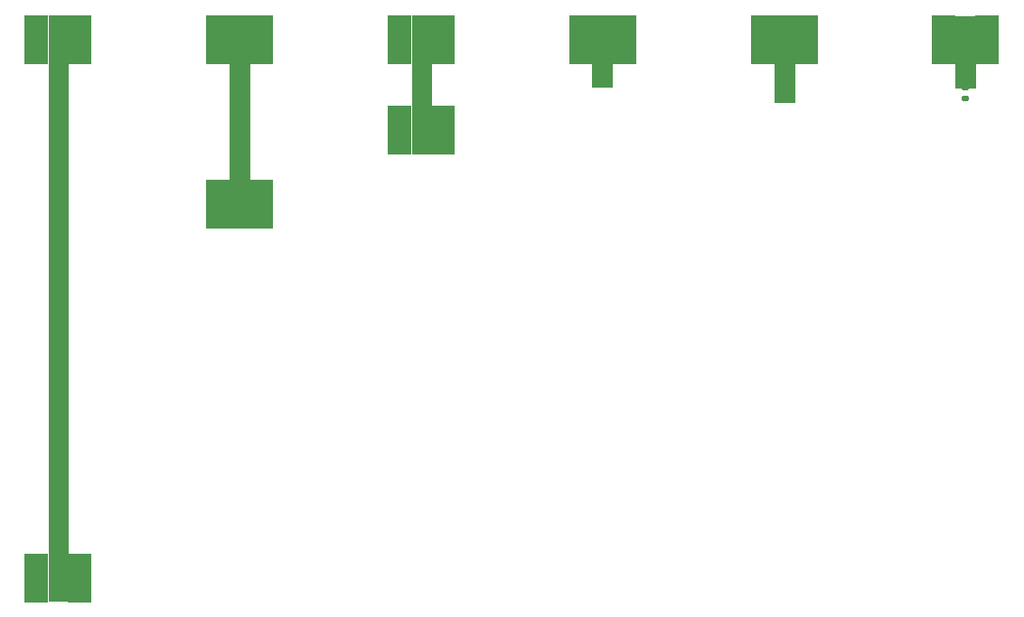
<source format=gbr>
%TF.GenerationSoftware,KiCad,Pcbnew,9.0.0*%
%TF.CreationDate,2025-07-17T14:07:15-07:00*%
%TF.ProjectId,TRL_fixture_JLC04161H-7628,54524c5f-6669-4787-9475-72655f4a4c43,rev?*%
%TF.SameCoordinates,Original*%
%TF.FileFunction,Soldermask,Top*%
%TF.FilePolarity,Negative*%
%FSLAX46Y46*%
G04 Gerber Fmt 4.6, Leading zero omitted, Abs format (unit mm)*
G04 Created by KiCad (PCBNEW 9.0.0) date 2025-07-17 14:07:15*
%MOMM*%
%LPD*%
G01*
G04 APERTURE LIST*
G04 Aperture macros list*
%AMRoundRect*
0 Rectangle with rounded corners*
0 $1 Rounding radius*
0 $2 $3 $4 $5 $6 $7 $8 $9 X,Y pos of 4 corners*
0 Add a 4 corners polygon primitive as box body*
4,1,4,$2,$3,$4,$5,$6,$7,$8,$9,$2,$3,0*
0 Add four circle primitives for the rounded corners*
1,1,$1+$1,$2,$3*
1,1,$1+$1,$4,$5*
1,1,$1+$1,$6,$7*
1,1,$1+$1,$8,$9*
0 Add four rect primitives between the rounded corners*
20,1,$1+$1,$2,$3,$4,$5,0*
20,1,$1+$1,$4,$5,$6,$7,0*
20,1,$1+$1,$6,$7,$8,$9,0*
20,1,$1+$1,$8,$9,$2,$3,0*%
G04 Aperture macros list end*
%ADD10C,0.100000*%
%ADD11R,0.889000X1.270000*%
%ADD12R,2.286000X4.572000*%
%ADD13RoundRect,0.135000X-0.185000X0.135000X-0.185000X-0.135000X0.185000X-0.135000X0.185000X0.135000X0*%
G04 APERTURE END LIST*
D10*
X108000000Y-94500000D02*
X109857000Y-94500000D01*
X109857000Y-101154000D01*
X108000000Y-101154000D01*
X108000000Y-94500000D01*
G36*
X108000000Y-94500000D02*
G01*
X109857000Y-94500000D01*
X109857000Y-101154000D01*
X108000000Y-101154000D01*
X108000000Y-94500000D01*
G37*
X125039500Y-94500000D02*
X126896500Y-94500000D01*
X126896500Y-102654000D01*
X125039500Y-102654000D01*
X125039500Y-94500000D01*
G36*
X125039500Y-94500000D02*
G01*
X126896500Y-94500000D01*
X126896500Y-102654000D01*
X125039500Y-102654000D01*
X125039500Y-94500000D01*
G37*
X74000000Y-94500000D02*
X75857000Y-94500000D01*
X75857000Y-114418000D01*
X74000000Y-114418000D01*
X74000000Y-94500000D01*
G36*
X74000000Y-94500000D02*
G01*
X75857000Y-94500000D01*
X75857000Y-114418000D01*
X74000000Y-114418000D01*
X74000000Y-94500000D01*
G37*
X142039500Y-94582000D02*
X143896500Y-94582000D01*
X143896500Y-101236000D01*
X142039500Y-101236000D01*
X142039500Y-94582000D01*
G36*
X142039500Y-94582000D02*
G01*
X143896500Y-94582000D01*
X143896500Y-101236000D01*
X142039500Y-101236000D01*
X142039500Y-94582000D01*
G37*
X91079000Y-94500000D02*
X92857000Y-94500000D01*
X92857000Y-107461000D01*
X91079000Y-107461000D01*
X91079000Y-94500000D01*
G36*
X91079000Y-94500000D02*
G01*
X92857000Y-94500000D01*
X92857000Y-107461000D01*
X91079000Y-107461000D01*
X91079000Y-94500000D01*
G37*
X57079000Y-94500000D02*
X58857000Y-94500000D01*
X58857000Y-149336000D01*
X57079000Y-149336000D01*
X57079000Y-94500000D01*
G36*
X57079000Y-94500000D02*
G01*
X58857000Y-94500000D01*
X58857000Y-149336000D01*
X57079000Y-149336000D01*
X57079000Y-94500000D01*
G37*
D11*
%TO.C,J1*%
X91968000Y-95135000D03*
D12*
X89936000Y-96786000D03*
X94000000Y-96786000D03*
%TD*%
D11*
%TO.C,J5*%
X142968000Y-95135000D03*
D12*
X140936000Y-96786000D03*
X145000000Y-96786000D03*
%TD*%
D11*
%TO.C,J8*%
X57968000Y-148865000D03*
D12*
X60000000Y-147214000D03*
X55936000Y-147214000D03*
%TD*%
D11*
%TO.C,J4*%
X125968000Y-95135000D03*
D12*
X123936000Y-96786000D03*
X128000000Y-96786000D03*
%TD*%
D11*
%TO.C,J9*%
X57968000Y-95135000D03*
D12*
X55936000Y-96786000D03*
X60000000Y-96786000D03*
%TD*%
D11*
%TO.C,J6*%
X74968000Y-95135000D03*
D12*
X72936000Y-96786000D03*
X77000000Y-96786000D03*
%TD*%
D11*
%TO.C,J7*%
X74968000Y-113865000D03*
D12*
X77000000Y-112214000D03*
X72936000Y-112214000D03*
%TD*%
D13*
%TO.C,R1*%
X142968000Y-101240000D03*
X142968000Y-102260000D03*
%TD*%
D11*
%TO.C,J2*%
X91968000Y-106865000D03*
D12*
X94000000Y-105214000D03*
X89936000Y-105214000D03*
%TD*%
D11*
%TO.C,J3*%
X108968000Y-95135000D03*
D12*
X106936000Y-96786000D03*
X111000000Y-96786000D03*
%TD*%
M02*

</source>
